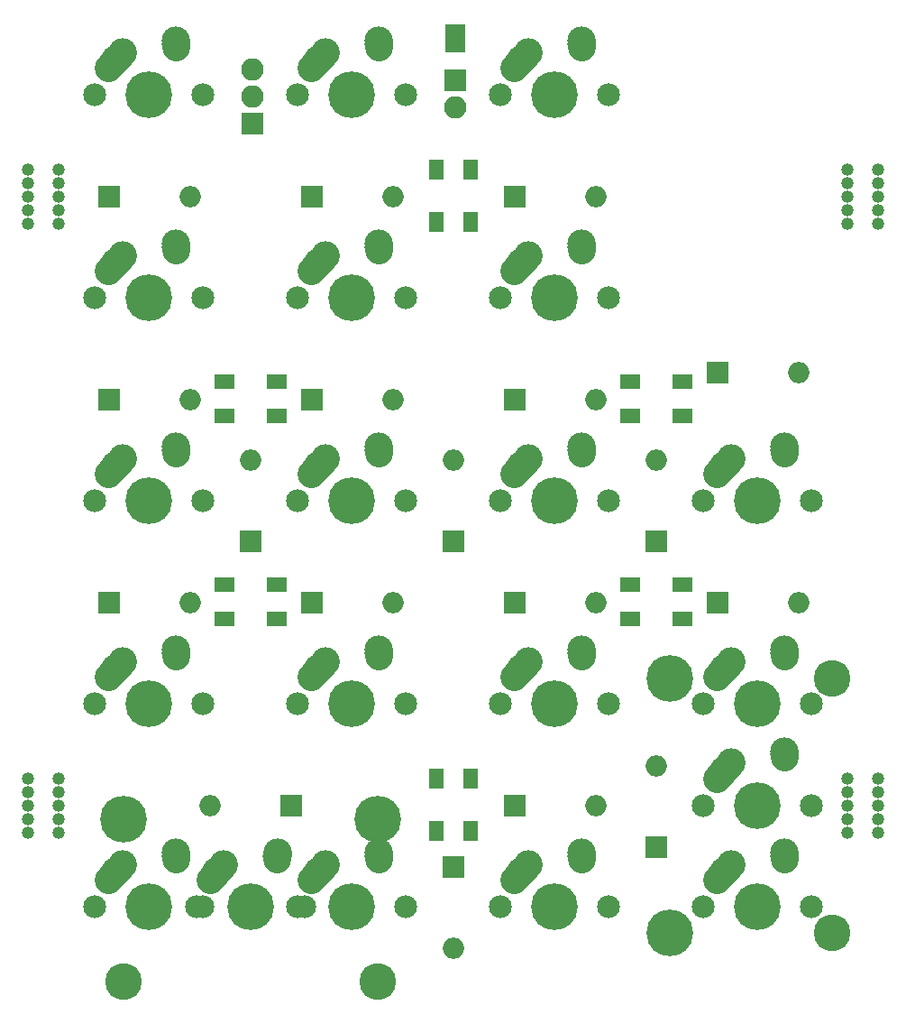
<source format=gbs>
G04 #@! TF.GenerationSoftware,KiCad,Pcbnew,(5.1.4)-1*
G04 #@! TF.CreationDate,2021-08-28T18:16:00+01:00*
G04 #@! TF.ProjectId,AleeMacro,416c6565-4d61-4637-926f-2e6b69636164,rev?*
G04 #@! TF.SameCoordinates,Original*
G04 #@! TF.FileFunction,Soldermask,Bot*
G04 #@! TF.FilePolarity,Negative*
%FSLAX46Y46*%
G04 Gerber Fmt 4.6, Leading zero omitted, Abs format (unit mm)*
G04 Created by KiCad (PCBNEW (5.1.4)-1) date 2021-08-28 18:16:00*
%MOMM*%
%LPD*%
G04 APERTURE LIST*
%ADD10R,2.100000X2.100000*%
%ADD11O,2.100000X2.100000*%
%ADD12C,2.150000*%
%ADD13C,2.650000*%
%ADD14C,4.387800*%
%ADD15C,2.650000*%
%ADD16R,1.900000X1.400000*%
%ADD17R,1.400000X1.900000*%
%ADD18C,3.448000*%
%ADD19O,2.000000X2.000000*%
%ADD20R,2.000000X2.000000*%
%ADD21C,1.187400*%
G04 APERTURE END LIST*
D10*
X148590000Y-51816000D03*
D11*
X148590000Y-54356000D03*
D12*
X143986250Y-53181250D03*
X133826250Y-53181250D03*
D13*
X136406250Y-49181250D03*
D14*
X138906250Y-53181250D03*
D13*
X135751251Y-49911250D03*
D15*
X135096250Y-50641250D02*
X136406252Y-49181250D01*
D13*
X141446250Y-48101250D03*
X141426250Y-48391250D03*
D15*
X141406250Y-48681250D02*
X141446250Y-48101250D01*
D16*
X148590000Y-48554400D03*
X148590000Y-47254400D03*
D13*
X179526250Y-86491250D03*
D15*
X179506250Y-86781250D02*
X179546250Y-86201250D01*
D13*
X179546250Y-86201250D03*
X173851251Y-88011250D03*
D15*
X173196250Y-88741250D02*
X174506252Y-87281250D01*
D14*
X177006250Y-91281250D03*
D13*
X174506250Y-87281250D03*
D12*
X171926250Y-91281250D03*
X182086250Y-91281250D03*
D16*
X165037600Y-83337200D03*
X165037600Y-80137200D03*
X169937600Y-83337200D03*
X169937600Y-80137200D03*
X165037600Y-102387200D03*
X165037600Y-99187200D03*
X169937600Y-102387200D03*
X169937600Y-99187200D03*
D17*
X146837600Y-117387200D03*
X150037600Y-117387200D03*
X146837600Y-122287200D03*
X150037600Y-122287200D03*
D16*
X131837600Y-99187200D03*
X131837600Y-102387200D03*
X126937600Y-99187200D03*
X126937600Y-102387200D03*
X131837600Y-80137200D03*
X131837600Y-83337200D03*
X126937600Y-80137200D03*
X126937600Y-83337200D03*
D17*
X150037600Y-65137200D03*
X146837600Y-65137200D03*
X150037600Y-60237200D03*
X146837600Y-60237200D03*
D11*
X129540000Y-50800000D03*
X129540000Y-53340000D03*
D10*
X129540000Y-55880000D03*
D13*
X160476250Y-67441250D03*
D15*
X160456250Y-67731250D02*
X160496250Y-67151250D01*
D13*
X160496250Y-67151250D03*
X154801251Y-68961250D03*
D15*
X154146250Y-69691250D02*
X155456252Y-68231250D01*
D14*
X157956250Y-72231250D03*
D13*
X155456250Y-68231250D03*
D12*
X152876250Y-72231250D03*
X163036250Y-72231250D03*
X143986250Y-110331250D03*
X133826250Y-110331250D03*
D13*
X136406250Y-106331250D03*
D14*
X138906250Y-110331250D03*
D13*
X135751251Y-107061250D03*
D15*
X135096250Y-107791250D02*
X136406252Y-106331250D01*
D13*
X141446250Y-105251250D03*
X141426250Y-105541250D03*
D15*
X141406250Y-105831250D02*
X141446250Y-105251250D01*
D13*
X122376250Y-67441250D03*
D15*
X122356250Y-67731250D02*
X122396250Y-67151250D01*
D13*
X122396250Y-67151250D03*
X116701251Y-68961250D03*
D15*
X116046250Y-69691250D02*
X117356252Y-68231250D01*
D14*
X119856250Y-72231250D03*
D13*
X117356250Y-68231250D03*
D12*
X114776250Y-72231250D03*
X124936250Y-72231250D03*
D13*
X160476250Y-48391250D03*
D15*
X160456250Y-48681250D02*
X160496250Y-48101250D01*
D13*
X160496250Y-48101250D03*
X154801251Y-49911250D03*
D15*
X154146250Y-50641250D02*
X155456252Y-49181250D01*
D14*
X157956250Y-53181250D03*
D13*
X155456250Y-49181250D03*
D12*
X152876250Y-53181250D03*
X163036250Y-53181250D03*
X182086250Y-110331250D03*
X171926250Y-110331250D03*
D13*
X174506250Y-106331250D03*
D14*
X177006250Y-110331250D03*
D13*
X173851251Y-107061250D03*
D15*
X173196250Y-107791250D02*
X174506252Y-106331250D01*
D13*
X179546250Y-105251250D03*
X179526250Y-105541250D03*
D15*
X179506250Y-105831250D02*
X179546250Y-105251250D01*
D14*
X168751250Y-107918250D03*
X168751250Y-131794250D03*
D18*
X183991250Y-107918250D03*
X183991250Y-131794250D03*
D12*
X182086250Y-119856250D03*
X171926250Y-119856250D03*
D13*
X174506250Y-115856250D03*
D14*
X177006250Y-119856250D03*
D13*
X173851251Y-116586250D03*
D15*
X173196250Y-117316250D02*
X174506252Y-115856250D01*
D13*
X179546250Y-114776250D03*
X179526250Y-115066250D03*
D15*
X179506250Y-115356250D02*
X179546250Y-114776250D01*
D12*
X143986250Y-72231250D03*
X133826250Y-72231250D03*
D13*
X136406250Y-68231250D03*
D14*
X138906250Y-72231250D03*
D13*
X135751251Y-68961250D03*
D15*
X135096250Y-69691250D02*
X136406252Y-68231250D01*
D13*
X141446250Y-67151250D03*
X141426250Y-67441250D03*
D15*
X141406250Y-67731250D02*
X141446250Y-67151250D01*
D12*
X124936250Y-91281250D03*
X114776250Y-91281250D03*
D13*
X117356250Y-87281250D03*
D14*
X119856250Y-91281250D03*
D13*
X116701251Y-88011250D03*
D15*
X116046250Y-88741250D02*
X117356252Y-87281250D01*
D13*
X122396250Y-86201250D03*
X122376250Y-86491250D03*
D15*
X122356250Y-86781250D02*
X122396250Y-86201250D01*
D12*
X143986250Y-91281250D03*
X133826250Y-91281250D03*
D13*
X136406250Y-87281250D03*
D14*
X138906250Y-91281250D03*
D13*
X135751251Y-88011250D03*
D15*
X135096250Y-88741250D02*
X136406252Y-87281250D01*
D13*
X141446250Y-86201250D03*
X141426250Y-86491250D03*
D15*
X141406250Y-86781250D02*
X141446250Y-86201250D01*
D19*
X123698000Y-62738000D03*
D20*
X116078000Y-62738000D03*
D19*
X142748000Y-62738000D03*
D20*
X135128000Y-62738000D03*
D19*
X161798000Y-62738000D03*
D20*
X154178000Y-62738000D03*
D19*
X123698000Y-81788000D03*
D20*
X116078000Y-81788000D03*
X135128000Y-81788000D03*
D19*
X142748000Y-81788000D03*
X161798000Y-81788000D03*
D20*
X154178000Y-81788000D03*
D19*
X129438400Y-87477600D03*
D20*
X129438400Y-95097600D03*
X148463000Y-95097600D03*
D19*
X148463000Y-87477600D03*
X167538400Y-87477600D03*
D20*
X167538400Y-95097600D03*
X173228000Y-79248000D03*
D19*
X180848000Y-79248000D03*
X123698000Y-100838000D03*
D20*
X116078000Y-100838000D03*
D19*
X142748000Y-100838000D03*
D20*
X135128000Y-100838000D03*
D19*
X161798000Y-100838000D03*
D20*
X154178000Y-100838000D03*
X173228000Y-100838000D03*
D19*
X180848000Y-100838000D03*
X125603000Y-119888000D03*
D20*
X133223000Y-119888000D03*
X148437600Y-125679200D03*
D19*
X148437600Y-133299200D03*
D20*
X154178000Y-119888000D03*
D19*
X161798000Y-119888000D03*
X167481250Y-116205000D03*
D20*
X167481250Y-123825000D03*
D13*
X122376250Y-48391250D03*
D15*
X122356250Y-48681250D02*
X122396250Y-48101250D01*
D13*
X122396250Y-48101250D03*
X116701251Y-49911250D03*
D15*
X116046250Y-50641250D02*
X117356252Y-49181250D01*
D14*
X119856250Y-53181250D03*
D13*
X117356250Y-49181250D03*
D12*
X114776250Y-53181250D03*
X124936250Y-53181250D03*
X163036250Y-91281250D03*
X152876250Y-91281250D03*
D13*
X155456250Y-87281250D03*
D14*
X157956250Y-91281250D03*
D13*
X154801251Y-88011250D03*
D15*
X154146250Y-88741250D02*
X155456252Y-87281250D01*
D13*
X160496250Y-86201250D03*
X160476250Y-86491250D03*
D15*
X160456250Y-86781250D02*
X160496250Y-86201250D01*
D13*
X122376250Y-105541250D03*
D15*
X122356250Y-105831250D02*
X122396250Y-105251250D01*
D13*
X122396250Y-105251250D03*
X116701251Y-107061250D03*
D15*
X116046250Y-107791250D02*
X117356252Y-106331250D01*
D14*
X119856250Y-110331250D03*
D13*
X117356250Y-106331250D03*
D12*
X114776250Y-110331250D03*
X124936250Y-110331250D03*
D13*
X160476250Y-105541250D03*
D15*
X160456250Y-105831250D02*
X160496250Y-105251250D01*
D13*
X160496250Y-105251250D03*
X154801251Y-107061250D03*
D15*
X154146250Y-107791250D02*
X155456252Y-106331250D01*
D14*
X157956250Y-110331250D03*
D13*
X155456250Y-106331250D03*
D12*
X152876250Y-110331250D03*
X163036250Y-110331250D03*
D13*
X122376250Y-124591250D03*
D15*
X122356250Y-124881250D02*
X122396250Y-124301250D01*
D13*
X122396250Y-124301250D03*
X116701251Y-126111250D03*
D15*
X116046250Y-126841250D02*
X117356252Y-125381250D01*
D14*
X119856250Y-129381250D03*
D13*
X117356250Y-125381250D03*
D12*
X114776250Y-129381250D03*
X124936250Y-129381250D03*
X143986250Y-129381250D03*
X133826250Y-129381250D03*
D13*
X136406250Y-125381250D03*
D14*
X138906250Y-129381250D03*
D13*
X135751251Y-126111250D03*
D15*
X135096250Y-126841250D02*
X136406252Y-125381250D01*
D13*
X141446250Y-124301250D03*
X141426250Y-124591250D03*
D15*
X141406250Y-124881250D02*
X141446250Y-124301250D01*
D13*
X160476250Y-124591250D03*
D15*
X160456250Y-124881250D02*
X160496250Y-124301250D01*
D13*
X160496250Y-124301250D03*
X154801251Y-126111250D03*
D15*
X154146250Y-126841250D02*
X155456252Y-125381250D01*
D14*
X157956250Y-129381250D03*
D13*
X155456250Y-125381250D03*
D12*
X152876250Y-129381250D03*
X163036250Y-129381250D03*
X182086250Y-129381250D03*
X171926250Y-129381250D03*
D13*
X174506250Y-125381250D03*
D14*
X177006250Y-129381250D03*
D13*
X173851251Y-126111250D03*
D15*
X173196250Y-126841250D02*
X174506252Y-125381250D01*
D13*
X179546250Y-124301250D03*
X179526250Y-124591250D03*
D15*
X179506250Y-124881250D02*
X179546250Y-124301250D01*
D13*
X131901250Y-124591250D03*
D15*
X131881250Y-124881250D02*
X131921250Y-124301250D01*
D13*
X131921250Y-124301250D03*
X126226251Y-126111250D03*
D15*
X125571250Y-126841250D02*
X126881252Y-125381250D01*
D14*
X129381250Y-129381250D03*
D13*
X126881250Y-125381250D03*
D12*
X124301250Y-129381250D03*
X134461250Y-129381250D03*
D18*
X117443250Y-136366250D03*
X141319250Y-136366250D03*
D14*
X117443250Y-121126250D03*
X141319250Y-121126250D03*
D21*
X185483500Y-65246250D03*
X185483500Y-63976250D03*
X185483500Y-60166250D03*
X185483500Y-61436250D03*
X185483500Y-62706250D03*
X188372750Y-62706250D03*
X188372750Y-63976250D03*
X188372750Y-65246250D03*
X188372750Y-61436250D03*
X188372750Y-60166250D03*
X185483500Y-122396250D03*
X185483500Y-121126250D03*
X185483500Y-117316250D03*
X185483500Y-118586250D03*
X185483500Y-119856250D03*
X188372750Y-119856250D03*
X188372750Y-121126250D03*
X188372750Y-122396250D03*
X188372750Y-118586250D03*
X188372750Y-117316250D03*
X108489750Y-65246250D03*
X108489750Y-63976250D03*
X108489750Y-60166250D03*
X108489750Y-61436250D03*
X108489750Y-62706250D03*
X111379000Y-62706250D03*
X111379000Y-63976250D03*
X111379000Y-65246250D03*
X111379000Y-61436250D03*
X111379000Y-60166250D03*
X108489750Y-122396250D03*
X108489750Y-121126250D03*
X108489750Y-117316250D03*
X108489750Y-118586250D03*
X108489750Y-119856250D03*
X111379000Y-119856250D03*
X111379000Y-121126250D03*
X111379000Y-122396250D03*
X111379000Y-118586250D03*
X111379000Y-117316250D03*
M02*

</source>
